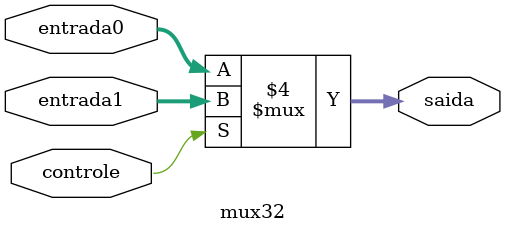
<source format=v>
module mux32(controle, entrada0, entrada1, saida);
   
    input wire controle;
    input wire[31:0]entrada0; 
    input wire[31:0]entrada1;
   
    output reg [31:0] saida;

    always @(*)
    begin: MUX32
        if(controle==1) begin
        saida = entrada1;
        end else begin
        saida = entrada0;
        end
    end
endmodule
</source>
